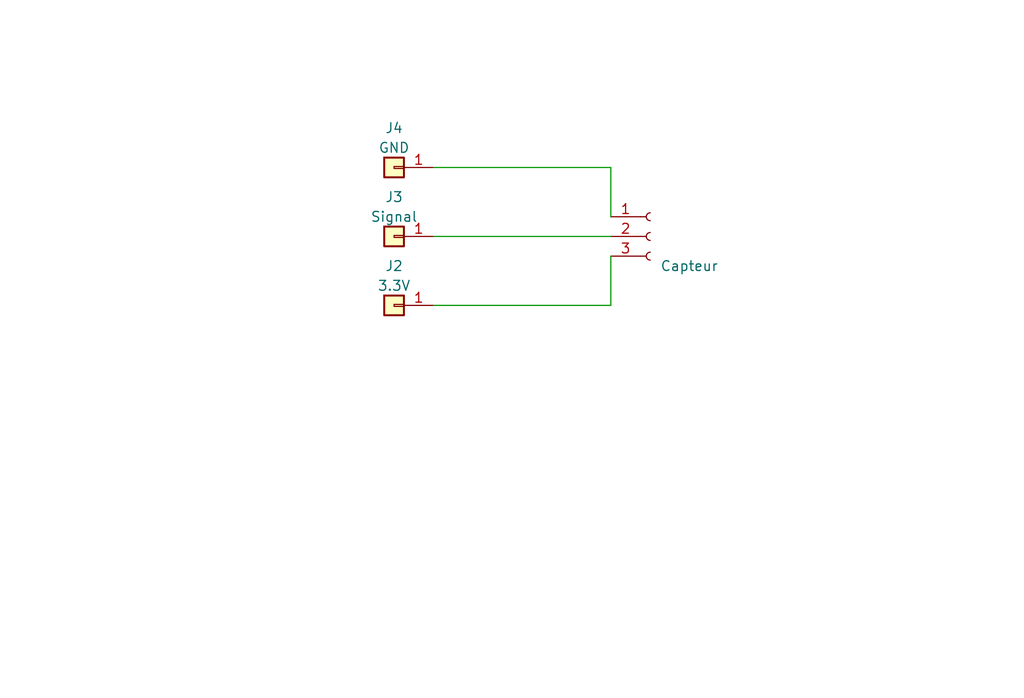
<source format=kicad_sch>
(kicad_sch (version 20230121) (generator eeschema)
  (paper "User" 132.004 89.9922)
  (title_block (title "External adpater board for Kikiwi sensors") (date "2023-11-03") (rev "1.0") (company "L0AD") (comment 1 "connected to sensor with a crossed cable"))
  (lib_symbols
    (symbol "Connector:Conn_01x03_Socket" (pin_names (offset 1.016) hide)
      (property "Reference" "J" (at 0 5.08 0))
      (property "Value" "Conn_01x03_Socket" (at 0 -5.08 0))
      (symbol "Conn_01x03_Socket_1_1"
        (arc (start 0 -2.032) (mid -0.5058 -2.54) (end 0 -3.048) (stroke (width 0.1524)))
        (polyline (pts (xy -1.27 -2.54) (xy -0.508 -2.54)) (stroke (width 0.1524)))
        (polyline (pts (xy -1.27 0) (xy -0.508 0)) (stroke (width 0.1524)))
        (polyline (pts (xy -1.27 2.54) (xy -0.508 2.54)) (stroke (width 0.1524)))
        (arc (start 0 0.508) (mid -0.5058 0) (end 0 -0.508) (stroke (width 0.1524)))
        (arc (start 0 3.048) (mid -0.5058 2.54) (end 0 2.032) (stroke (width 0.1524)))
        (pin passive line (at -5.08 2.54 0) (length 3.81) (name "Pin_1") (number "1"))
        (pin passive line (at -5.08 0 0) (length 3.81) (name "Pin_2") (number "2"))
        (pin passive line (at -5.08 -2.54 0) (length 3.81) (name "Pin_3") (number "3"))
      )
    )
    (symbol "Connector_Generic:Conn_01x01" (pin_names (offset 1.016) hide)
      (property "Reference" "J" (at 0 2.54 0))
      (property "Value" "Conn_01x01" (at 0 -2.54 0))
      (symbol "Conn_01x01_1_1"
        (rectangle (start -1.27 0.127) (end 0 -0.127) (stroke (width 0.1524)))
        (rectangle (start -1.27 1.27) (end 1.27 -1.27) (stroke (width 0.254)) (fill (type background)))
        (pin passive line (at -5.08 0 0) (length 3.81) (name "Pin_1") (number "1"))
      )
    )
  )
  (wire (pts (xy 55.88 21.59) (xy 78.74 21.59)))
  (wire (pts (xy 55.88 39.37) (xy 78.74 39.37)))
  (wire (pts (xy 78.74 33.02) (xy 78.74 39.37)))
  (wire (pts (xy 78.74 27.94) (xy 78.74 21.59)))
  (wire (pts (xy 55.88 30.48) (xy 78.74 30.48)))
  (symbol (lib_id "Connector_Generic:Conn_01x01") (at 50.8 39.37 0) (mirror y) (unit 1)
    (property "Reference" "J2" (at 50.8 34.29 0))
    (property "Value" "3.3V" (at 50.8 36.83 0))
    (property "Footprint" "Connector_Wire:SolderWire-1.5sqmm_1x01_D1.7mm_OD3.9mm" (effects hide))
  )
  (symbol (lib_id "Connector_Generic:Conn_01x01") (at 50.8 30.48 0) (mirror y) (unit 1)
    (property "Reference" "J3" (at 50.8 25.4 0))
    (property "Value" "Signal" (at 50.8 27.94 0))
    (property "Footprint" "Connector_Wire:SolderWire-1.5sqmm_1x01_D1.7mm_OD3.9mm" (effects hide))
  )
  (symbol (lib_id "Connector_Generic:Conn_01x01") (at 50.8 21.59 0) (mirror y) (unit 1)
    (property "Reference" "J4" (at 50.8 16.51 0))
    (property "Value" "GND" (at 50.8 19.05 0))
    (property "Footprint" "Connector_Wire:SolderWire-1.5sqmm_1x01_D1.7mm_OD3.9mm" (effects hide))
  )
  (symbol (lib_id "Connector:Conn_01x03_Socket") (at 83.82 30.48 0) (unit 1)
    (property "Reference" "J1" (effects hide))
    (property "Value" "Capteur" (at 85.09 34.29 0) (effects (justify left)))
    (property "Footprint" "Connector_JST:JST_XH_S3B-XH-A-1_1x03_P2.50mm_Horizontal" (effects hide))
  )
)
</source>
